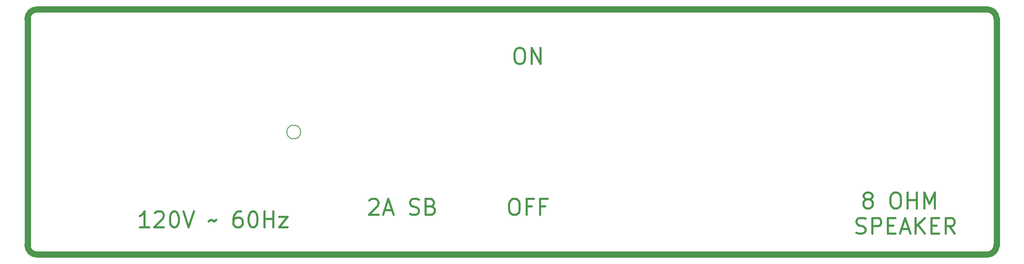
<source format=gto>
G04 #@! TF.GenerationSoftware,KiCad,Pcbnew,6.0.6-3a73a75311~116~ubuntu22.04.1*
G04 #@! TF.CreationDate,2022-07-16T14:16:35-04:00*
G04 #@! TF.ProjectId,it_is_the_champion_rear_panel,69745f69-735f-4746-9865-5f6368616d70,0*
G04 #@! TF.SameCoordinates,Original*
G04 #@! TF.FileFunction,Legend,Top*
G04 #@! TF.FilePolarity,Positive*
%FSLAX46Y46*%
G04 Gerber Fmt 4.6, Leading zero omitted, Abs format (unit mm)*
G04 Created by KiCad (PCBNEW 6.0.6-3a73a75311~116~ubuntu22.04.1) date 2022-07-16 14:16:35*
%MOMM*%
%LPD*%
G01*
G04 APERTURE LIST*
%ADD10C,1.270000*%
%ADD11C,0.381000*%
%ADD12C,0.150000*%
%ADD13C,2.000000*%
G04 APERTURE END LIST*
D10*
X50165000Y-119380000D02*
G75*
G03*
X52070000Y-121285000I1905000J0D01*
G01*
X243840000Y-121285000D02*
G75*
G03*
X245745000Y-119380000I0J1905000D01*
G01*
X245745000Y-119380000D02*
X245745000Y-73660000D01*
X243840000Y-121285000D02*
X52070000Y-121285000D01*
X243840000Y-71755000D02*
X52070000Y-71755000D01*
X245745000Y-73660000D02*
G75*
G03*
X243840000Y-71755000I-1905000J0D01*
G01*
X52070000Y-71755000D02*
G75*
G03*
X50165000Y-73660000I0J-1905000D01*
G01*
X50165000Y-73660000D02*
X50165000Y-119380000D01*
D11*
X149164523Y-79541309D02*
X149769285Y-79541309D01*
X150071666Y-79692500D01*
X150374047Y-79994880D01*
X150525238Y-80599642D01*
X150525238Y-81657976D01*
X150374047Y-82262738D01*
X150071666Y-82565119D01*
X149769285Y-82716309D01*
X149164523Y-82716309D01*
X148862142Y-82565119D01*
X148559761Y-82262738D01*
X148408571Y-81657976D01*
X148408571Y-80599642D01*
X148559761Y-79994880D01*
X148862142Y-79692500D01*
X149164523Y-79541309D01*
X151885952Y-82716309D02*
X151885952Y-79541309D01*
X153700238Y-82716309D01*
X153700238Y-79541309D01*
X219468095Y-110096148D02*
X219165714Y-109944958D01*
X219014523Y-109793767D01*
X218863333Y-109491386D01*
X218863333Y-109340196D01*
X219014523Y-109037815D01*
X219165714Y-108886625D01*
X219468095Y-108735434D01*
X220072857Y-108735434D01*
X220375238Y-108886625D01*
X220526428Y-109037815D01*
X220677619Y-109340196D01*
X220677619Y-109491386D01*
X220526428Y-109793767D01*
X220375238Y-109944958D01*
X220072857Y-110096148D01*
X219468095Y-110096148D01*
X219165714Y-110247339D01*
X219014523Y-110398529D01*
X218863333Y-110700910D01*
X218863333Y-111305672D01*
X219014523Y-111608053D01*
X219165714Y-111759244D01*
X219468095Y-111910434D01*
X220072857Y-111910434D01*
X220375238Y-111759244D01*
X220526428Y-111608053D01*
X220677619Y-111305672D01*
X220677619Y-110700910D01*
X220526428Y-110398529D01*
X220375238Y-110247339D01*
X220072857Y-110096148D01*
X225062142Y-108735434D02*
X225666904Y-108735434D01*
X225969285Y-108886625D01*
X226271666Y-109189005D01*
X226422857Y-109793767D01*
X226422857Y-110852101D01*
X226271666Y-111456863D01*
X225969285Y-111759244D01*
X225666904Y-111910434D01*
X225062142Y-111910434D01*
X224759761Y-111759244D01*
X224457380Y-111456863D01*
X224306190Y-110852101D01*
X224306190Y-109793767D01*
X224457380Y-109189005D01*
X224759761Y-108886625D01*
X225062142Y-108735434D01*
X227783571Y-111910434D02*
X227783571Y-108735434D01*
X227783571Y-110247339D02*
X229597857Y-110247339D01*
X229597857Y-111910434D02*
X229597857Y-108735434D01*
X231109761Y-111910434D02*
X231109761Y-108735434D01*
X232168095Y-111003291D01*
X233226428Y-108735434D01*
X233226428Y-111910434D01*
X217427023Y-116870994D02*
X217880595Y-117022184D01*
X218636547Y-117022184D01*
X218938928Y-116870994D01*
X219090119Y-116719803D01*
X219241309Y-116417422D01*
X219241309Y-116115041D01*
X219090119Y-115812660D01*
X218938928Y-115661470D01*
X218636547Y-115510279D01*
X218031785Y-115359089D01*
X217729404Y-115207898D01*
X217578214Y-115056708D01*
X217427023Y-114754327D01*
X217427023Y-114451946D01*
X217578214Y-114149565D01*
X217729404Y-113998375D01*
X218031785Y-113847184D01*
X218787738Y-113847184D01*
X219241309Y-113998375D01*
X220602023Y-117022184D02*
X220602023Y-113847184D01*
X221811547Y-113847184D01*
X222113928Y-113998375D01*
X222265119Y-114149565D01*
X222416309Y-114451946D01*
X222416309Y-114905517D01*
X222265119Y-115207898D01*
X222113928Y-115359089D01*
X221811547Y-115510279D01*
X220602023Y-115510279D01*
X223777023Y-115359089D02*
X224835357Y-115359089D01*
X225288928Y-117022184D02*
X223777023Y-117022184D01*
X223777023Y-113847184D01*
X225288928Y-113847184D01*
X226498452Y-116115041D02*
X228010357Y-116115041D01*
X226196071Y-117022184D02*
X227254404Y-113847184D01*
X228312738Y-117022184D01*
X229371071Y-117022184D02*
X229371071Y-113847184D01*
X231185357Y-117022184D02*
X229824642Y-115207898D01*
X231185357Y-113847184D02*
X229371071Y-115661470D01*
X232546071Y-115359089D02*
X233604404Y-115359089D01*
X234057976Y-117022184D02*
X232546071Y-117022184D01*
X232546071Y-113847184D01*
X234057976Y-113847184D01*
X237232976Y-117022184D02*
X236174642Y-115510279D01*
X235418690Y-117022184D02*
X235418690Y-113847184D01*
X236628214Y-113847184D01*
X236930595Y-113998375D01*
X237081785Y-114149565D01*
X237232976Y-114451946D01*
X237232976Y-114905517D01*
X237081785Y-115207898D01*
X236930595Y-115359089D01*
X236628214Y-115510279D01*
X235418690Y-115510279D01*
X119153214Y-110323690D02*
X119304404Y-110172500D01*
X119606785Y-110021309D01*
X120362738Y-110021309D01*
X120665119Y-110172500D01*
X120816309Y-110323690D01*
X120967500Y-110626071D01*
X120967500Y-110928452D01*
X120816309Y-111382023D01*
X119002023Y-113196309D01*
X120967500Y-113196309D01*
X122177023Y-112289166D02*
X123688928Y-112289166D01*
X121874642Y-113196309D02*
X122932976Y-110021309D01*
X123991309Y-113196309D01*
X127317500Y-113045119D02*
X127771071Y-113196309D01*
X128527023Y-113196309D01*
X128829404Y-113045119D01*
X128980595Y-112893928D01*
X129131785Y-112591547D01*
X129131785Y-112289166D01*
X128980595Y-111986785D01*
X128829404Y-111835595D01*
X128527023Y-111684404D01*
X127922261Y-111533214D01*
X127619880Y-111382023D01*
X127468690Y-111230833D01*
X127317500Y-110928452D01*
X127317500Y-110626071D01*
X127468690Y-110323690D01*
X127619880Y-110172500D01*
X127922261Y-110021309D01*
X128678214Y-110021309D01*
X129131785Y-110172500D01*
X131550833Y-111533214D02*
X132004404Y-111684404D01*
X132155595Y-111835595D01*
X132306785Y-112137976D01*
X132306785Y-112591547D01*
X132155595Y-112893928D01*
X132004404Y-113045119D01*
X131702023Y-113196309D01*
X130492500Y-113196309D01*
X130492500Y-110021309D01*
X131550833Y-110021309D01*
X131853214Y-110172500D01*
X132004404Y-110323690D01*
X132155595Y-110626071D01*
X132155595Y-110928452D01*
X132004404Y-111230833D01*
X131853214Y-111382023D01*
X131550833Y-111533214D01*
X130492500Y-111533214D01*
X74627619Y-115736309D02*
X72813333Y-115736309D01*
X73720476Y-115736309D02*
X73720476Y-112561309D01*
X73418095Y-113014880D01*
X73115714Y-113317261D01*
X72813333Y-113468452D01*
X75837142Y-112863690D02*
X75988333Y-112712500D01*
X76290714Y-112561309D01*
X77046666Y-112561309D01*
X77349047Y-112712500D01*
X77500238Y-112863690D01*
X77651428Y-113166071D01*
X77651428Y-113468452D01*
X77500238Y-113922023D01*
X75685952Y-115736309D01*
X77651428Y-115736309D01*
X79616904Y-112561309D02*
X79919285Y-112561309D01*
X80221666Y-112712500D01*
X80372857Y-112863690D01*
X80524047Y-113166071D01*
X80675238Y-113770833D01*
X80675238Y-114526785D01*
X80524047Y-115131547D01*
X80372857Y-115433928D01*
X80221666Y-115585119D01*
X79919285Y-115736309D01*
X79616904Y-115736309D01*
X79314523Y-115585119D01*
X79163333Y-115433928D01*
X79012142Y-115131547D01*
X78860952Y-114526785D01*
X78860952Y-113770833D01*
X79012142Y-113166071D01*
X79163333Y-112863690D01*
X79314523Y-112712500D01*
X79616904Y-112561309D01*
X81582380Y-112561309D02*
X82640714Y-115736309D01*
X83699047Y-112561309D01*
X86722857Y-114526785D02*
X86874047Y-114375595D01*
X87176428Y-114224404D01*
X87781190Y-114526785D01*
X88083571Y-114375595D01*
X88234761Y-114224404D01*
X93224047Y-112561309D02*
X92619285Y-112561309D01*
X92316904Y-112712500D01*
X92165714Y-112863690D01*
X91863333Y-113317261D01*
X91712142Y-113922023D01*
X91712142Y-115131547D01*
X91863333Y-115433928D01*
X92014523Y-115585119D01*
X92316904Y-115736309D01*
X92921666Y-115736309D01*
X93224047Y-115585119D01*
X93375238Y-115433928D01*
X93526428Y-115131547D01*
X93526428Y-114375595D01*
X93375238Y-114073214D01*
X93224047Y-113922023D01*
X92921666Y-113770833D01*
X92316904Y-113770833D01*
X92014523Y-113922023D01*
X91863333Y-114073214D01*
X91712142Y-114375595D01*
X95491904Y-112561309D02*
X95794285Y-112561309D01*
X96096666Y-112712500D01*
X96247857Y-112863690D01*
X96399047Y-113166071D01*
X96550238Y-113770833D01*
X96550238Y-114526785D01*
X96399047Y-115131547D01*
X96247857Y-115433928D01*
X96096666Y-115585119D01*
X95794285Y-115736309D01*
X95491904Y-115736309D01*
X95189523Y-115585119D01*
X95038333Y-115433928D01*
X94887142Y-115131547D01*
X94735952Y-114526785D01*
X94735952Y-113770833D01*
X94887142Y-113166071D01*
X95038333Y-112863690D01*
X95189523Y-112712500D01*
X95491904Y-112561309D01*
X97910952Y-115736309D02*
X97910952Y-112561309D01*
X97910952Y-114073214D02*
X99725238Y-114073214D01*
X99725238Y-115736309D02*
X99725238Y-112561309D01*
X100934761Y-113619642D02*
X102597857Y-113619642D01*
X100934761Y-115736309D01*
X102597857Y-115736309D01*
X148106190Y-110021309D02*
X148710952Y-110021309D01*
X149013333Y-110172500D01*
X149315714Y-110474880D01*
X149466904Y-111079642D01*
X149466904Y-112137976D01*
X149315714Y-112742738D01*
X149013333Y-113045119D01*
X148710952Y-113196309D01*
X148106190Y-113196309D01*
X147803809Y-113045119D01*
X147501428Y-112742738D01*
X147350238Y-112137976D01*
X147350238Y-111079642D01*
X147501428Y-110474880D01*
X147803809Y-110172500D01*
X148106190Y-110021309D01*
X151885952Y-111533214D02*
X150827619Y-111533214D01*
X150827619Y-113196309D02*
X150827619Y-110021309D01*
X152339523Y-110021309D01*
X154607380Y-111533214D02*
X153549047Y-111533214D01*
X153549047Y-113196309D02*
X153549047Y-110021309D01*
X155060952Y-110021309D01*
D12*
X105286000Y-96520000D02*
G75*
G03*
X105286000Y-96520000I-1400000J0D01*
G01*
%LPC*%
D13*
X103886000Y-96520000D03*
M02*

</source>
